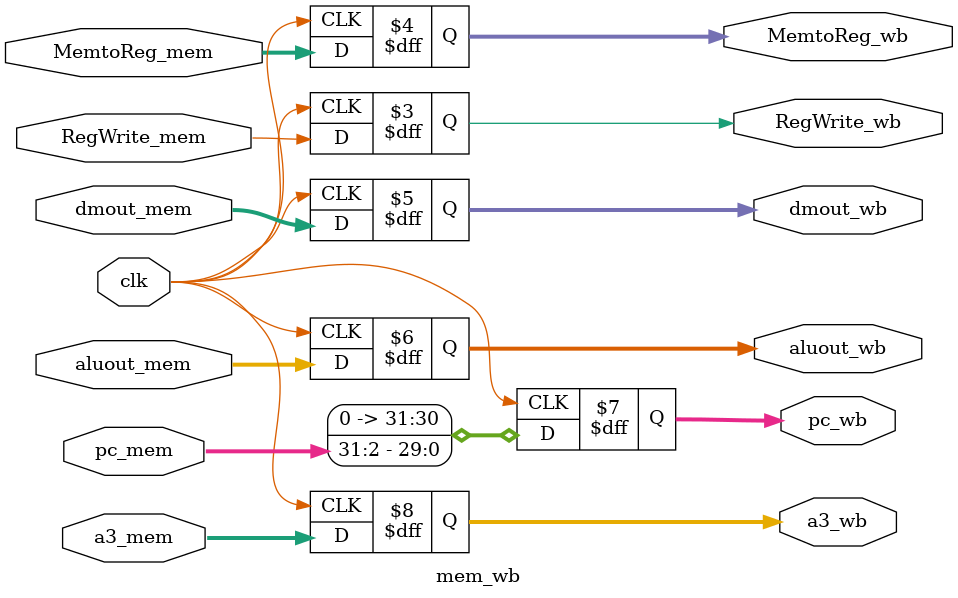
<source format=v>
`timescale 1ns / 1ps
module mem_wb(
	 input clk,
	 input RegWrite_mem,
	 input [1:0] MemtoReg_mem,
	 input [31:0] dmout_mem,
	 input [31:0]aluout_mem,
	 input [4:0] a3_mem,
	 input [31:2] pc_mem,
	 output reg RegWrite_wb,
	 output reg [1:0] MemtoReg_wb,
	 output reg [31:0] dmout_wb,aluout_wb,pc_wb,
	 output reg [4:0] a3_wb
    );
/*=========================================================================================================*/
	initial
	begin
		RegWrite_wb<=0;
		MemtoReg_wb<=0;
		dmout_wb<=0;
		aluout_wb<=0;
		pc_wb<=0;
		a3_wb<=0;
	end
/*=========================================================================================================*/
	always@(posedge clk)
		begin
			RegWrite_wb<=RegWrite_mem;
			MemtoReg_wb<=MemtoReg_mem;
			dmout_wb<=dmout_mem;
			aluout_wb<=aluout_mem;
			pc_wb<=pc_mem;
			a3_wb<=a3_mem;
		end
/*=========================================================================================================*/

/*=========================================================================================================*/

endmodule

</source>
